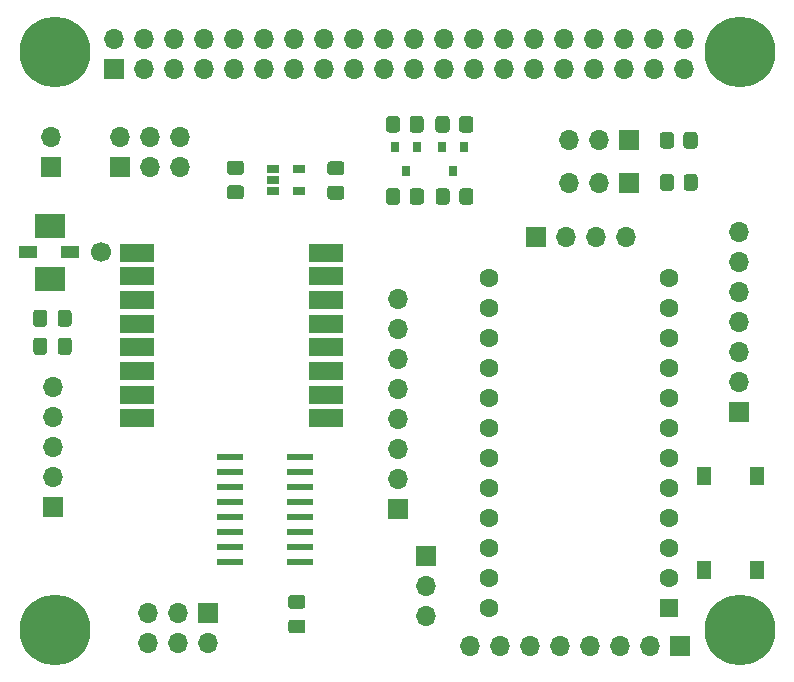
<source format=gbr>
%TF.GenerationSoftware,KiCad,Pcbnew,(5.1.10)-1*%
%TF.CreationDate,2022-02-24T16:30:35+08:00*%
%TF.ProjectId,hat,6861742e-6b69-4636-9164-5f7063625858,rev?*%
%TF.SameCoordinates,Original*%
%TF.FileFunction,Soldermask,Top*%
%TF.FilePolarity,Negative*%
%FSLAX46Y46*%
G04 Gerber Fmt 4.6, Leading zero omitted, Abs format (unit mm)*
G04 Created by KiCad (PCBNEW (5.1.10)-1) date 2022-02-24 16:30:35*
%MOMM*%
%LPD*%
G01*
G04 APERTURE LIST*
%ADD10C,1.600000*%
%ADD11R,1.600000X1.600000*%
%ADD12O,1.700000X1.700000*%
%ADD13R,1.700000X1.700000*%
%ADD14R,1.060000X0.650000*%
%ADD15R,2.200000X0.600000*%
%ADD16R,2.500000X2.000000*%
%ADD17R,1.500000X1.000000*%
%ADD18R,3.000000X1.524000*%
%ADD19R,1.300000X1.550000*%
%ADD20R,0.800000X0.900000*%
%ADD21C,1.700000*%
%ADD22C,6.000000*%
G04 APERTURE END LIST*
D10*
%TO.C,U4*%
X160230000Y-114630000D03*
X160230000Y-112090000D03*
X160230000Y-109550000D03*
X160230000Y-107010000D03*
X160230000Y-104470000D03*
X160230000Y-101930000D03*
X160230000Y-99390000D03*
X160230000Y-96850000D03*
X160230000Y-94310000D03*
X160230000Y-91770000D03*
X160230000Y-89230000D03*
X160230000Y-86690000D03*
X175470000Y-86690000D03*
X175470000Y-89230000D03*
X175470000Y-91770000D03*
X175470000Y-94310000D03*
X175470000Y-96850000D03*
X175470000Y-99390000D03*
X175470000Y-101930000D03*
X175470000Y-104470000D03*
X175470000Y-107010000D03*
X175470000Y-109550000D03*
X175470000Y-112090000D03*
D11*
X175470000Y-114630000D03*
%TD*%
D12*
%TO.C,J8*%
X158620000Y-117800000D03*
X161160000Y-117800000D03*
X163700000Y-117800000D03*
X166240000Y-117800000D03*
X168780000Y-117800000D03*
X171320000Y-117800000D03*
X173860000Y-117800000D03*
D13*
X176400000Y-117800000D03*
%TD*%
D12*
%TO.C,SPI_PORT1*%
X181470000Y-82800000D03*
X181470000Y-85340000D03*
X181470000Y-87880000D03*
X181470000Y-90420000D03*
X181470000Y-92960000D03*
X181470000Y-95500000D03*
D13*
X181470000Y-98040000D03*
%TD*%
D12*
%TO.C,J3*%
X154900000Y-115280000D03*
X154900000Y-112740000D03*
D13*
X154900000Y-110200000D03*
%TD*%
D12*
%TO.C,J4*%
X123340000Y-95900000D03*
X123340000Y-98440000D03*
X123340000Y-100980000D03*
X123340000Y-103520000D03*
D13*
X123340000Y-106060000D03*
%TD*%
D14*
%TO.C,U5*%
X144180000Y-77440000D03*
X144180000Y-79340000D03*
X141980000Y-79340000D03*
X141980000Y-78390000D03*
X141980000Y-77440000D03*
%TD*%
D15*
%TO.C,U3*%
X144300000Y-101855000D03*
X138300000Y-101855000D03*
X144300000Y-103125000D03*
X138300000Y-103125000D03*
X144300000Y-104395000D03*
X138300000Y-104395000D03*
X144300000Y-105665000D03*
X138300000Y-105665000D03*
X144300000Y-106935000D03*
X138300000Y-106935000D03*
X144300000Y-108205000D03*
X138300000Y-108205000D03*
X144300000Y-109475000D03*
X138300000Y-109475000D03*
X144300000Y-110745000D03*
X138300000Y-110745000D03*
%TD*%
D16*
%TO.C,U2*%
X123070000Y-82285000D03*
D17*
X121220000Y-84510000D03*
D16*
X123070000Y-86735000D03*
D17*
X124820000Y-84510000D03*
%TD*%
D18*
%TO.C,U1*%
X130430000Y-84540000D03*
X130430000Y-86540000D03*
X130430000Y-88540000D03*
X130430000Y-90540000D03*
X130430000Y-92540000D03*
X130430000Y-94540000D03*
X130430000Y-96540000D03*
X130430000Y-98540000D03*
X146430000Y-84540000D03*
X146430000Y-86540000D03*
X146430000Y-88540000D03*
X146430000Y-90540000D03*
X146430000Y-92540000D03*
X146430000Y-94540000D03*
X146430000Y-96540000D03*
X146430000Y-98540000D03*
%TD*%
D19*
%TO.C,SW1*%
X182990000Y-103470000D03*
X178490000Y-103470000D03*
X178490000Y-111420000D03*
X182990000Y-111420000D03*
%TD*%
D12*
%TO.C,SDA_PU1*%
X167060000Y-74980000D03*
X169600000Y-74980000D03*
D13*
X172140000Y-74980000D03*
%TD*%
D12*
%TO.C,SCL_PU1*%
X167070000Y-78590000D03*
X169610000Y-78590000D03*
D13*
X172150000Y-78590000D03*
%TD*%
%TO.C,R6*%
G36*
G01*
X175940000Y-78129999D02*
X175940000Y-79030001D01*
G75*
G02*
X175690001Y-79280000I-249999J0D01*
G01*
X174989999Y-79280000D01*
G75*
G02*
X174740000Y-79030001I0J249999D01*
G01*
X174740000Y-78129999D01*
G75*
G02*
X174989999Y-77880000I249999J0D01*
G01*
X175690001Y-77880000D01*
G75*
G02*
X175940000Y-78129999I0J-249999D01*
G01*
G37*
G36*
G01*
X177940000Y-78129999D02*
X177940000Y-79030001D01*
G75*
G02*
X177690001Y-79280000I-249999J0D01*
G01*
X176989999Y-79280000D01*
G75*
G02*
X176740000Y-79030001I0J249999D01*
G01*
X176740000Y-78129999D01*
G75*
G02*
X176989999Y-77880000I249999J0D01*
G01*
X177690001Y-77880000D01*
G75*
G02*
X177940000Y-78129999I0J-249999D01*
G01*
G37*
%TD*%
%TO.C,R5*%
G36*
G01*
X175930000Y-74559999D02*
X175930000Y-75460001D01*
G75*
G02*
X175680001Y-75710000I-249999J0D01*
G01*
X174979999Y-75710000D01*
G75*
G02*
X174730000Y-75460001I0J249999D01*
G01*
X174730000Y-74559999D01*
G75*
G02*
X174979999Y-74310000I249999J0D01*
G01*
X175680001Y-74310000D01*
G75*
G02*
X175930000Y-74559999I0J-249999D01*
G01*
G37*
G36*
G01*
X177930000Y-74559999D02*
X177930000Y-75460001D01*
G75*
G02*
X177680001Y-75710000I-249999J0D01*
G01*
X176979999Y-75710000D01*
G75*
G02*
X176730000Y-75460001I0J249999D01*
G01*
X176730000Y-74559999D01*
G75*
G02*
X176979999Y-74310000I249999J0D01*
G01*
X177680001Y-74310000D01*
G75*
G02*
X177930000Y-74559999I0J-249999D01*
G01*
G37*
%TD*%
%TO.C,R4*%
G36*
G01*
X152750000Y-79319999D02*
X152750000Y-80220001D01*
G75*
G02*
X152500001Y-80470000I-249999J0D01*
G01*
X151799999Y-80470000D01*
G75*
G02*
X151550000Y-80220001I0J249999D01*
G01*
X151550000Y-79319999D01*
G75*
G02*
X151799999Y-79070000I249999J0D01*
G01*
X152500001Y-79070000D01*
G75*
G02*
X152750000Y-79319999I0J-249999D01*
G01*
G37*
G36*
G01*
X154750000Y-79319999D02*
X154750000Y-80220001D01*
G75*
G02*
X154500001Y-80470000I-249999J0D01*
G01*
X153799999Y-80470000D01*
G75*
G02*
X153550000Y-80220001I0J249999D01*
G01*
X153550000Y-79319999D01*
G75*
G02*
X153799999Y-79070000I249999J0D01*
G01*
X154500001Y-79070000D01*
G75*
G02*
X154750000Y-79319999I0J-249999D01*
G01*
G37*
%TD*%
%TO.C,R3*%
G36*
G01*
X157750000Y-80220001D02*
X157750000Y-79319999D01*
G75*
G02*
X157999999Y-79070000I249999J0D01*
G01*
X158700001Y-79070000D01*
G75*
G02*
X158950000Y-79319999I0J-249999D01*
G01*
X158950000Y-80220001D01*
G75*
G02*
X158700001Y-80470000I-249999J0D01*
G01*
X157999999Y-80470000D01*
G75*
G02*
X157750000Y-80220001I0J249999D01*
G01*
G37*
G36*
G01*
X155750000Y-80220001D02*
X155750000Y-79319999D01*
G75*
G02*
X155999999Y-79070000I249999J0D01*
G01*
X156700001Y-79070000D01*
G75*
G02*
X156950000Y-79319999I0J-249999D01*
G01*
X156950000Y-80220001D01*
G75*
G02*
X156700001Y-80470000I-249999J0D01*
G01*
X155999999Y-80470000D01*
G75*
G02*
X155750000Y-80220001I0J249999D01*
G01*
G37*
%TD*%
%TO.C,R2*%
G36*
G01*
X152740000Y-73209999D02*
X152740000Y-74110001D01*
G75*
G02*
X152490001Y-74360000I-249999J0D01*
G01*
X151789999Y-74360000D01*
G75*
G02*
X151540000Y-74110001I0J249999D01*
G01*
X151540000Y-73209999D01*
G75*
G02*
X151789999Y-72960000I249999J0D01*
G01*
X152490001Y-72960000D01*
G75*
G02*
X152740000Y-73209999I0J-249999D01*
G01*
G37*
G36*
G01*
X154740000Y-73209999D02*
X154740000Y-74110001D01*
G75*
G02*
X154490001Y-74360000I-249999J0D01*
G01*
X153789999Y-74360000D01*
G75*
G02*
X153540000Y-74110001I0J249999D01*
G01*
X153540000Y-73209999D01*
G75*
G02*
X153789999Y-72960000I249999J0D01*
G01*
X154490001Y-72960000D01*
G75*
G02*
X154740000Y-73209999I0J-249999D01*
G01*
G37*
%TD*%
%TO.C,R1*%
G36*
G01*
X156940000Y-73209999D02*
X156940000Y-74110001D01*
G75*
G02*
X156690001Y-74360000I-249999J0D01*
G01*
X155989999Y-74360000D01*
G75*
G02*
X155740000Y-74110001I0J249999D01*
G01*
X155740000Y-73209999D01*
G75*
G02*
X155989999Y-72960000I249999J0D01*
G01*
X156690001Y-72960000D01*
G75*
G02*
X156940000Y-73209999I0J-249999D01*
G01*
G37*
G36*
G01*
X158940000Y-73209999D02*
X158940000Y-74110001D01*
G75*
G02*
X158690001Y-74360000I-249999J0D01*
G01*
X157989999Y-74360000D01*
G75*
G02*
X157740000Y-74110001I0J249999D01*
G01*
X157740000Y-73209999D01*
G75*
G02*
X157989999Y-72960000I249999J0D01*
G01*
X158690001Y-72960000D01*
G75*
G02*
X158940000Y-73209999I0J-249999D01*
G01*
G37*
%TD*%
D20*
%TO.C,Q2*%
X153240000Y-77620000D03*
X152290000Y-75620000D03*
X154190000Y-75620000D03*
%TD*%
%TO.C,Q1*%
X157240000Y-77620000D03*
X156290000Y-75620000D03*
X158190000Y-75620000D03*
%TD*%
D12*
%TO.C,J7*%
X131420000Y-117540000D03*
X131420000Y-115000000D03*
X133960000Y-117540000D03*
X133960000Y-115000000D03*
X136500000Y-117540000D03*
D13*
X136500000Y-115000000D03*
%TD*%
D12*
%TO.C,J6*%
X134100000Y-74770000D03*
X134100000Y-77310000D03*
X131560000Y-74770000D03*
X131560000Y-77310000D03*
X129020000Y-74770000D03*
D13*
X129020000Y-77310000D03*
%TD*%
D21*
%TO.C,J2*%
X127450000Y-84480000D03*
%TD*%
D12*
%TO.C,I2C_PORT1*%
X171850000Y-83160000D03*
X169310000Y-83160000D03*
X166770000Y-83160000D03*
D13*
X164230000Y-83160000D03*
%TD*%
D12*
%TO.C,FAN1*%
X123150000Y-74770000D03*
D13*
X123150000Y-77310000D03*
%TD*%
%TO.C,C5*%
G36*
G01*
X146825000Y-78857500D02*
X147775000Y-78857500D01*
G75*
G02*
X148025000Y-79107500I0J-250000D01*
G01*
X148025000Y-79782500D01*
G75*
G02*
X147775000Y-80032500I-250000J0D01*
G01*
X146825000Y-80032500D01*
G75*
G02*
X146575000Y-79782500I0J250000D01*
G01*
X146575000Y-79107500D01*
G75*
G02*
X146825000Y-78857500I250000J0D01*
G01*
G37*
G36*
G01*
X146825000Y-76782500D02*
X147775000Y-76782500D01*
G75*
G02*
X148025000Y-77032500I0J-250000D01*
G01*
X148025000Y-77707500D01*
G75*
G02*
X147775000Y-77957500I-250000J0D01*
G01*
X146825000Y-77957500D01*
G75*
G02*
X146575000Y-77707500I0J250000D01*
G01*
X146575000Y-77032500D01*
G75*
G02*
X146825000Y-76782500I250000J0D01*
G01*
G37*
%TD*%
%TO.C,C4*%
G36*
G01*
X138325000Y-78827500D02*
X139275000Y-78827500D01*
G75*
G02*
X139525000Y-79077500I0J-250000D01*
G01*
X139525000Y-79752500D01*
G75*
G02*
X139275000Y-80002500I-250000J0D01*
G01*
X138325000Y-80002500D01*
G75*
G02*
X138075000Y-79752500I0J250000D01*
G01*
X138075000Y-79077500D01*
G75*
G02*
X138325000Y-78827500I250000J0D01*
G01*
G37*
G36*
G01*
X138325000Y-76752500D02*
X139275000Y-76752500D01*
G75*
G02*
X139525000Y-77002500I0J-250000D01*
G01*
X139525000Y-77677500D01*
G75*
G02*
X139275000Y-77927500I-250000J0D01*
G01*
X138325000Y-77927500D01*
G75*
G02*
X138075000Y-77677500I0J250000D01*
G01*
X138075000Y-77002500D01*
G75*
G02*
X138325000Y-76752500I250000J0D01*
G01*
G37*
%TD*%
%TO.C,C3*%
G36*
G01*
X143525000Y-115587500D02*
X144475000Y-115587500D01*
G75*
G02*
X144725000Y-115837500I0J-250000D01*
G01*
X144725000Y-116512500D01*
G75*
G02*
X144475000Y-116762500I-250000J0D01*
G01*
X143525000Y-116762500D01*
G75*
G02*
X143275000Y-116512500I0J250000D01*
G01*
X143275000Y-115837500D01*
G75*
G02*
X143525000Y-115587500I250000J0D01*
G01*
G37*
G36*
G01*
X143525000Y-113512500D02*
X144475000Y-113512500D01*
G75*
G02*
X144725000Y-113762500I0J-250000D01*
G01*
X144725000Y-114437500D01*
G75*
G02*
X144475000Y-114687500I-250000J0D01*
G01*
X143525000Y-114687500D01*
G75*
G02*
X143275000Y-114437500I0J250000D01*
G01*
X143275000Y-113762500D01*
G75*
G02*
X143525000Y-113512500I250000J0D01*
G01*
G37*
%TD*%
%TO.C,C2*%
G36*
G01*
X122862500Y-91975000D02*
X122862500Y-92925000D01*
G75*
G02*
X122612500Y-93175000I-250000J0D01*
G01*
X121937500Y-93175000D01*
G75*
G02*
X121687500Y-92925000I0J250000D01*
G01*
X121687500Y-91975000D01*
G75*
G02*
X121937500Y-91725000I250000J0D01*
G01*
X122612500Y-91725000D01*
G75*
G02*
X122862500Y-91975000I0J-250000D01*
G01*
G37*
G36*
G01*
X124937500Y-91975000D02*
X124937500Y-92925000D01*
G75*
G02*
X124687500Y-93175000I-250000J0D01*
G01*
X124012500Y-93175000D01*
G75*
G02*
X123762500Y-92925000I0J250000D01*
G01*
X123762500Y-91975000D01*
G75*
G02*
X124012500Y-91725000I250000J0D01*
G01*
X124687500Y-91725000D01*
G75*
G02*
X124937500Y-91975000I0J-250000D01*
G01*
G37*
%TD*%
%TO.C,C1*%
G36*
G01*
X122847500Y-89605000D02*
X122847500Y-90555000D01*
G75*
G02*
X122597500Y-90805000I-250000J0D01*
G01*
X121922500Y-90805000D01*
G75*
G02*
X121672500Y-90555000I0J250000D01*
G01*
X121672500Y-89605000D01*
G75*
G02*
X121922500Y-89355000I250000J0D01*
G01*
X122597500Y-89355000D01*
G75*
G02*
X122847500Y-89605000I0J-250000D01*
G01*
G37*
G36*
G01*
X124922500Y-89605000D02*
X124922500Y-90555000D01*
G75*
G02*
X124672500Y-90805000I-250000J0D01*
G01*
X123997500Y-90805000D01*
G75*
G02*
X123747500Y-90555000I0J250000D01*
G01*
X123747500Y-89605000D01*
G75*
G02*
X123997500Y-89355000I250000J0D01*
G01*
X124672500Y-89355000D01*
G75*
G02*
X124922500Y-89605000I0J-250000D01*
G01*
G37*
%TD*%
D22*
%TO.C,H3*%
X181500000Y-67500000D03*
%TD*%
%TO.C,H1*%
X123500000Y-116500000D03*
%TD*%
%TO.C,H2*%
X123500000Y-67500000D03*
%TD*%
%TO.C,H4*%
X181500000Y-116500000D03*
%TD*%
D12*
%TO.C,J1*%
X176760000Y-66460000D03*
X176760000Y-69000000D03*
X174220000Y-66460000D03*
X174220000Y-69000000D03*
X171680000Y-66460000D03*
X171680000Y-69000000D03*
X169140000Y-66460000D03*
X169140000Y-69000000D03*
X166600000Y-66460000D03*
X166600000Y-69000000D03*
X164060000Y-66460000D03*
X164060000Y-69000000D03*
X161520000Y-66460000D03*
X161520000Y-69000000D03*
X158980000Y-66460000D03*
X158980000Y-69000000D03*
X156440000Y-66460000D03*
X156440000Y-69000000D03*
X153900000Y-66460000D03*
X153900000Y-69000000D03*
X151360000Y-66460000D03*
X151360000Y-69000000D03*
X148820000Y-66460000D03*
X148820000Y-69000000D03*
X146280000Y-66460000D03*
X146280000Y-69000000D03*
X143740000Y-66460000D03*
X143740000Y-69000000D03*
X141200000Y-66460000D03*
X141200000Y-69000000D03*
X138660000Y-66460000D03*
X138660000Y-69000000D03*
X136120000Y-66460000D03*
X136120000Y-69000000D03*
X133580000Y-66460000D03*
X133580000Y-69000000D03*
X131040000Y-66460000D03*
X131040000Y-69000000D03*
X128500000Y-66460000D03*
D13*
X128500000Y-69000000D03*
%TD*%
%TO.C,J5*%
X152600000Y-106200000D03*
D12*
X152600000Y-103660000D03*
X152600000Y-101120000D03*
X152600000Y-98580000D03*
X152600000Y-96040000D03*
X152600000Y-93500000D03*
X152600000Y-90960000D03*
X152600000Y-88420000D03*
%TD*%
M02*

</source>
